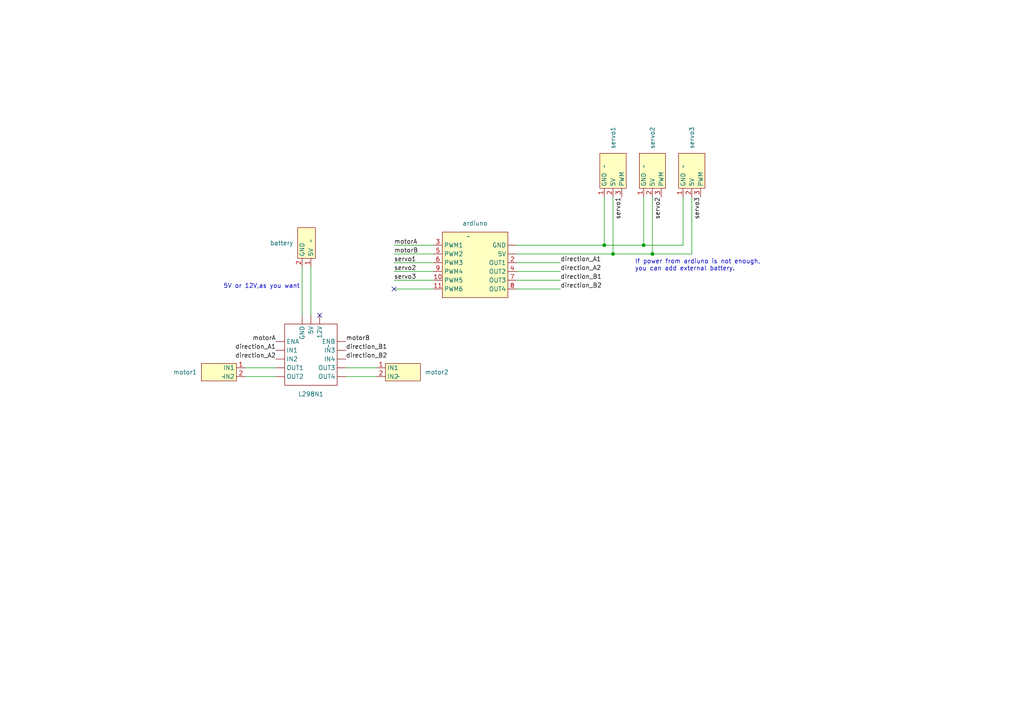
<source format=kicad_sch>
(kicad_sch (version 20230121) (generator eeschema)

  (uuid 81011b29-a2bb-4faf-9103-19587d4079d5)

  (paper "A4")

  (lib_symbols
    (symbol "My_Library:L298N" (in_bom yes) (on_board yes)
      (property "Reference" "L298N" (at 1.27 -34.29 0)
        (effects (font (size 1.27 1.27)))
      )
      (property "Value" "" (at 6.35 -21.59 90)
        (effects (font (size 1.27 1.27)))
      )
      (property "Footprint" "" (at 6.35 -21.59 90)
        (effects (font (size 1.27 1.27)) hide)
      )
      (property "Datasheet" "" (at 6.35 -21.59 90)
        (effects (font (size 1.27 1.27)) hide)
      )
      (symbol "L298N_0_1"
        (rectangle (start -6.35 -15.24) (end 8.89 -33.02)
          (stroke (width 0) (type default))
          (fill (type none))
        )
      )
      (symbol "L298N_1_1"
        (pin power_in line (at 3.81 -12.7 270) (length 2.54)
          (name "12V" (effects (font (size 1.27 1.27))))
          (number "" (effects (font (size 1.27 1.27))))
        )
        (pin power_in line (at 1.27 -12.7 270) (length 2.54)
          (name "5V" (effects (font (size 1.27 1.27))))
          (number "" (effects (font (size 1.27 1.27))))
        )
        (pin power_in line (at -8.89 -20.32 0) (length 2.54)
          (name "ENA" (effects (font (size 1.27 1.27))))
          (number "" (effects (font (size 1.27 1.27))))
        )
        (pin power_in line (at 11.43 -20.32 180) (length 2.54)
          (name "ENB" (effects (font (size 1.27 1.27))))
          (number "" (effects (font (size 1.27 1.27))))
        )
        (pin power_in line (at -1.27 -12.7 270) (length 2.54)
          (name "GND" (effects (font (size 1.27 1.27))))
          (number "" (effects (font (size 1.27 1.27))))
        )
        (pin power_in line (at -8.89 -22.86 0) (length 2.54)
          (name "IN1" (effects (font (size 1.27 1.27))))
          (number "" (effects (font (size 1.27 1.27))))
        )
        (pin power_in line (at -8.89 -25.4 0) (length 2.54)
          (name "IN2" (effects (font (size 1.27 1.27))))
          (number "" (effects (font (size 1.27 1.27))))
        )
        (pin power_in line (at 11.43 -22.86 180) (length 2.54)
          (name "IN3" (effects (font (size 1.27 1.27))))
          (number "" (effects (font (size 1.27 1.27))))
        )
        (pin power_in line (at 11.43 -25.4 180) (length 2.54)
          (name "IN4" (effects (font (size 1.27 1.27))))
          (number "" (effects (font (size 1.27 1.27))))
        )
        (pin power_in line (at -8.89 -27.94 0) (length 2.54)
          (name "OUT1" (effects (font (size 1.27 1.27))))
          (number "" (effects (font (size 1.27 1.27))))
        )
        (pin power_in line (at -8.89 -30.48 0) (length 2.54)
          (name "OUT2" (effects (font (size 1.27 1.27))))
          (number "" (effects (font (size 1.27 1.27))))
        )
        (pin power_in line (at 11.43 -27.94 180) (length 2.54)
          (name "OUT3" (effects (font (size 1.27 1.27))))
          (number "" (effects (font (size 1.27 1.27))))
        )
        (pin power_in line (at 11.43 -30.48 180) (length 2.54)
          (name "OUT4" (effects (font (size 1.27 1.27))))
          (number "" (effects (font (size 1.27 1.27))))
        )
      )
    )
    (symbol "My_Library:UNO" (in_bom yes) (on_board yes)
      (property "Reference" "U" (at 0 0 0)
        (effects (font (size 1.27 1.27)))
      )
      (property "Value" "" (at 0 0 0)
        (effects (font (size 1.27 1.27)))
      )
      (property "Footprint" "" (at 0 0 0)
        (effects (font (size 1.27 1.27)) hide)
      )
      (property "Datasheet" "" (at 0 0 0)
        (effects (font (size 1.27 1.27)) hide)
      )
      (symbol "UNO_1_1"
        (rectangle (start -7.62 1.27) (end 11.43 -17.78)
          (stroke (width 0) (type default))
          (fill (type background))
        )
        (pin power_in line (at 13.97 -5.08 180) (length 2.54)
          (name "5V" (effects (font (size 1.27 1.27))))
          (number "" (effects (font (size 1.27 1.27))))
        )
        (pin power_out line (at 13.97 -2.54 180) (length 2.54)
          (name "GND" (effects (font (size 1.27 1.27))))
          (number "" (effects (font (size 1.27 1.27))))
        )
        (pin output line (at -10.16 -12.7 0) (length 2.54)
          (name "PWM5" (effects (font (size 1.27 1.27))))
          (number "10" (effects (font (size 1.27 1.27))))
        )
        (pin output line (at -10.16 -15.24 0) (length 2.54)
          (name "PWM6" (effects (font (size 1.27 1.27))))
          (number "11" (effects (font (size 1.27 1.27))))
        )
        (pin power_in line (at 13.97 -7.62 180) (length 2.54)
          (name "OUT1" (effects (font (size 1.27 1.27))))
          (number "2" (effects (font (size 1.27 1.27))))
        )
        (pin output line (at -10.16 -2.54 0) (length 2.54)
          (name "PWM1" (effects (font (size 1.27 1.27))))
          (number "3" (effects (font (size 1.27 1.27))))
        )
        (pin power_in line (at 13.97 -10.16 180) (length 2.54)
          (name "OUT2" (effects (font (size 1.27 1.27))))
          (number "4" (effects (font (size 1.27 1.27))))
        )
        (pin output line (at -10.16 -5.08 0) (length 2.54)
          (name "PWM2" (effects (font (size 1.27 1.27))))
          (number "5" (effects (font (size 1.27 1.27))))
        )
        (pin output line (at -10.16 -7.62 0) (length 2.54)
          (name "PWM3" (effects (font (size 1.27 1.27))))
          (number "6" (effects (font (size 1.27 1.27))))
        )
        (pin power_in line (at 13.97 -12.7 180) (length 2.54)
          (name "OUT3" (effects (font (size 1.27 1.27))))
          (number "7" (effects (font (size 1.27 1.27))))
        )
        (pin power_in line (at 13.97 -15.24 180) (length 2.54)
          (name "OUT4" (effects (font (size 1.27 1.27))))
          (number "8" (effects (font (size 1.27 1.27))))
        )
        (pin output line (at -10.16 -10.16 0) (length 2.54)
          (name "PWM4" (effects (font (size 1.27 1.27))))
          (number "9" (effects (font (size 1.27 1.27))))
        )
      )
    )
    (symbol "My_Library:motor" (in_bom yes) (on_board yes)
      (property "Reference" "U" (at 0 -2.54 0)
        (effects (font (size 1.27 1.27)))
      )
      (property "Value" "" (at 0 0 0)
        (effects (font (size 1.27 1.27)))
      )
      (property "Footprint" "" (at 0 0 0)
        (effects (font (size 1.27 1.27)) hide)
      )
      (property "Datasheet" "" (at 0 0 0)
        (effects (font (size 1.27 1.27)) hide)
      )
      (symbol "motor_1_1"
        (rectangle (start -3.81 3.81) (end 6.35 -1.27)
          (stroke (width 0) (type default))
          (fill (type background))
        )
        (pin power_out line (at -6.35 2.54 0) (length 2.54)
          (name "IN1" (effects (font (size 1.27 1.27))))
          (number "1" (effects (font (size 1.27 1.27))))
        )
        (pin power_in line (at -6.35 0 0) (length 2.54)
          (name "IN2" (effects (font (size 1.27 1.27))))
          (number "2" (effects (font (size 1.27 1.27))))
        )
      )
    )
    (symbol "My_Library:power" (in_bom yes) (on_board yes)
      (property "Reference" "U" (at 0 3.81 0)
        (effects (font (size 1.27 1.27)))
      )
      (property "Value" "" (at 0 0 0)
        (effects (font (size 1.27 1.27)))
      )
      (property "Footprint" "" (at 0 0 0)
        (effects (font (size 1.27 1.27)) hide)
      )
      (property "Datasheet" "" (at 0 0 0)
        (effects (font (size 1.27 1.27)) hide)
      )
      (symbol "power_1_1"
        (rectangle (start -5.08 1.27) (end 3.81 -3.81)
          (stroke (width 0) (type default))
          (fill (type background))
        )
        (pin power_in line (at -7.62 0 0) (length 2.54)
          (name "5V" (effects (font (size 1.27 1.27))))
          (number "1" (effects (font (size 1.27 1.27))))
        )
        (pin power_out line (at -7.62 -2.54 0) (length 2.54)
          (name "GND" (effects (font (size 1.27 1.27))))
          (number "2" (effects (font (size 1.27 1.27))))
        )
      )
    )
    (symbol "My_Library:servo" (in_bom yes) (on_board yes)
      (property "Reference" "U" (at 0 0 0)
        (effects (font (size 1.27 1.27)))
      )
      (property "Value" "" (at 0 0 0)
        (effects (font (size 1.27 1.27)))
      )
      (property "Footprint" "" (at 0 0 0)
        (effects (font (size 1.27 1.27)) hide)
      )
      (property "Datasheet" "" (at 0 0 0)
        (effects (font (size 1.27 1.27)) hide)
      )
      (symbol "servo_1_1"
        (rectangle (start -6.35 1.27) (end 3.81 -6.35)
          (stroke (width 0) (type default))
          (fill (type background))
        )
        (pin power_out line (at -8.89 0 0) (length 2.54)
          (name "GND" (effects (font (size 1.27 1.27))))
          (number "1" (effects (font (size 1.27 1.27))))
        )
        (pin power_in line (at -8.89 -2.54 0) (length 2.54)
          (name "5V" (effects (font (size 1.27 1.27))))
          (number "2" (effects (font (size 1.27 1.27))))
        )
        (pin input line (at -8.89 -5.08 0) (length 2.54)
          (name "PWM" (effects (font (size 1.27 1.27))))
          (number "3" (effects (font (size 1.27 1.27))))
        )
      )
    )
  )

  (junction (at 189.23 73.66) (diameter 0) (color 0 0 0 0)
    (uuid 117d1171-49d1-405b-8ef8-d04123ed855c)
  )
  (junction (at 186.69 71.12) (diameter 0) (color 0 0 0 0)
    (uuid 7ba0f1fa-70a1-407b-a85b-a185a919e485)
  )
  (junction (at 177.8 73.66) (diameter 0) (color 0 0 0 0)
    (uuid 7c7638a4-5f5a-4648-9f52-214737d6d9ca)
  )
  (junction (at 175.26 71.12) (diameter 0) (color 0 0 0 0)
    (uuid b6785f17-14e6-441f-b649-c82b65aeeded)
  )

  (no_connect (at 92.71 91.44) (uuid 5a16f7b5-248c-4c9b-a6e4-03ee5cf61d48))
  (no_connect (at 114.3 83.82) (uuid 92abe958-0cc3-4ed8-ae6d-d7132e20fefb))

  (wire (pts (xy 114.3 71.12) (xy 125.73 71.12))
    (stroke (width 0) (type default))
    (uuid 0148c863-4542-4c50-a218-d07a66854090)
  )
  (wire (pts (xy 189.23 57.15) (xy 189.23 73.66))
    (stroke (width 0) (type default))
    (uuid 07db1c00-d055-4ae1-9b24-147be18c6629)
  )
  (wire (pts (xy 149.86 83.82) (xy 162.56 83.82))
    (stroke (width 0) (type default))
    (uuid 1986d4ea-68c5-4312-bd3d-bc8b6daede69)
  )
  (wire (pts (xy 186.69 57.15) (xy 186.69 71.12))
    (stroke (width 0) (type default))
    (uuid 1db274ac-bf6c-4271-b705-f3431d5e501c)
  )
  (wire (pts (xy 71.12 109.22) (xy 80.01 109.22))
    (stroke (width 0) (type default))
    (uuid 28aea7a1-ec0a-4bab-a6ee-ef145f1271f1)
  )
  (wire (pts (xy 149.86 81.28) (xy 162.56 81.28))
    (stroke (width 0) (type default))
    (uuid 2aaace56-b494-4fc8-9061-d0cb8bdfe898)
  )
  (wire (pts (xy 87.63 77.47) (xy 87.63 91.44))
    (stroke (width 0) (type default))
    (uuid 386c5691-542c-499e-851b-c732978d909c)
  )
  (wire (pts (xy 114.3 73.66) (xy 125.73 73.66))
    (stroke (width 0) (type default))
    (uuid 3ddd00b9-e8d3-49e0-b97e-04e48d68eb0e)
  )
  (wire (pts (xy 90.17 77.47) (xy 90.17 91.44))
    (stroke (width 0) (type default))
    (uuid 4c4b004f-da43-4e10-9caf-48cd74c22101)
  )
  (wire (pts (xy 114.3 83.82) (xy 125.73 83.82))
    (stroke (width 0) (type default))
    (uuid 55de2a3d-63dd-4f99-aa6a-0f41eac7c0c7)
  )
  (wire (pts (xy 189.23 73.66) (xy 200.66 73.66))
    (stroke (width 0) (type default))
    (uuid 5fd65652-9a02-4970-9471-35dcea79715b)
  )
  (wire (pts (xy 71.12 106.68) (xy 80.01 106.68))
    (stroke (width 0) (type default))
    (uuid 61cadf9a-e152-4b1a-aa70-f7863d8a0d48)
  )
  (wire (pts (xy 149.86 78.74) (xy 162.56 78.74))
    (stroke (width 0) (type default))
    (uuid 63220ad9-667c-4a6a-a77c-8447a52b14e4)
  )
  (wire (pts (xy 177.8 73.66) (xy 189.23 73.66))
    (stroke (width 0) (type default))
    (uuid 6ab20f1d-ef69-40a2-8e4f-5f8c0fdd51ef)
  )
  (wire (pts (xy 149.86 71.12) (xy 175.26 71.12))
    (stroke (width 0) (type default))
    (uuid 7416e607-c088-456e-a8b8-27cd35bf53d5)
  )
  (wire (pts (xy 175.26 57.15) (xy 175.26 71.12))
    (stroke (width 0) (type default))
    (uuid 834cdcc5-aa34-4f21-bbeb-623d0565d59b)
  )
  (wire (pts (xy 198.12 57.15) (xy 198.12 71.12))
    (stroke (width 0) (type default))
    (uuid 86f49193-921f-4b63-9e08-91fe463f43a9)
  )
  (wire (pts (xy 114.3 81.28) (xy 125.73 81.28))
    (stroke (width 0) (type default))
    (uuid 88e12b7f-926a-4b11-ba5e-41c5953fa1fe)
  )
  (wire (pts (xy 200.66 57.15) (xy 200.66 73.66))
    (stroke (width 0) (type default))
    (uuid 88e29ab1-608c-4627-85d1-086b8c57fa1d)
  )
  (wire (pts (xy 186.69 71.12) (xy 198.12 71.12))
    (stroke (width 0) (type default))
    (uuid 8e058b14-3cff-4d58-aa0e-71467a45ae36)
  )
  (wire (pts (xy 149.86 73.66) (xy 177.8 73.66))
    (stroke (width 0) (type default))
    (uuid 92b0b249-b3ac-4c8d-bb44-21b09a2f9b47)
  )
  (wire (pts (xy 177.8 57.15) (xy 177.8 73.66))
    (stroke (width 0) (type default))
    (uuid 988eff88-de1e-4b21-876a-5f5fddc9ec78)
  )
  (wire (pts (xy 100.33 109.22) (xy 109.22 109.22))
    (stroke (width 0) (type default))
    (uuid a60bb61f-2a43-47b2-8f49-849510738ca4)
  )
  (wire (pts (xy 175.26 71.12) (xy 186.69 71.12))
    (stroke (width 0) (type default))
    (uuid baba2325-7947-4df4-8d5b-45644c0335fe)
  )
  (wire (pts (xy 149.86 76.2) (xy 162.56 76.2))
    (stroke (width 0) (type default))
    (uuid bbc123d4-5a3c-4110-9301-837435a6124b)
  )
  (wire (pts (xy 114.3 78.74) (xy 125.73 78.74))
    (stroke (width 0) (type default))
    (uuid bdf16387-8f3c-4ed1-a15b-d45767e8c85b)
  )
  (wire (pts (xy 100.33 106.68) (xy 109.22 106.68))
    (stroke (width 0) (type default))
    (uuid d4eb2800-81e8-4fb6-bd7a-9fd9a8d4904c)
  )
  (wire (pts (xy 114.3 76.2) (xy 125.73 76.2))
    (stroke (width 0) (type default))
    (uuid dd167478-6990-43b1-a302-7104ae76c974)
  )

  (text "5V or 12V,as you want" (at 64.77 83.82 0)
    (effects (font (size 1.27 1.27)) (justify left bottom))
    (uuid 25434685-6da1-48ba-997c-6533ccaffa22)
  )
  (text "If power from ardiuno is not enough,\nyou can add external battery.\n"
    (at 184.15 78.74 0)
    (effects (font (size 1.27 1.27)) (justify left bottom))
    (uuid cb01180f-8de9-4588-a205-725901201775)
  )

  (label "direction_A2" (at 162.56 78.74 0) (fields_autoplaced)
    (effects (font (size 1.27 1.27)) (justify left bottom))
    (uuid 00c113cf-39f5-4394-a393-1c2210058516)
  )
  (label "direction_A1" (at 162.56 76.2 0) (fields_autoplaced)
    (effects (font (size 1.27 1.27)) (justify left bottom))
    (uuid 1783c396-d323-4e83-bf02-baa7f483f250)
  )
  (label "servo2" (at 191.77 57.15 270) (fields_autoplaced)
    (effects (font (size 1.27 1.27)) (justify right bottom))
    (uuid 18007417-08e7-4570-9dce-e2ee3bd46dba)
  )
  (label "motorA" (at 114.3 71.12 0) (fields_autoplaced)
    (effects (font (size 1.27 1.27)) (justify left bottom))
    (uuid 3b7336e6-4ef6-4161-b091-3eb1eb8c3ab8)
  )
  (label "servo1" (at 114.3 76.2 0) (fields_autoplaced)
    (effects (font (size 1.27 1.27)) (justify left bottom))
    (uuid 69ac3925-9c0c-4b21-9f34-3a0149fdf531)
  )
  (label "motorB" (at 114.3 73.66 0) (fields_autoplaced)
    (effects (font (size 1.27 1.27)) (justify left bottom))
    (uuid 6f1bbe38-a265-42b6-9948-fa7fa4a6e298)
  )
  (label "direction_B2" (at 100.33 104.14 0) (fields_autoplaced)
    (effects (font (size 1.27 1.27)) (justify left bottom))
    (uuid 77df2477-f129-40c6-95c3-6424293537d5)
  )
  (label "motorA" (at 80.01 99.06 180) (fields_autoplaced)
    (effects (font (size 1.27 1.27)) (justify right bottom))
    (uuid 7bf6da18-97e3-4ae6-89dc-daf306fe89bd)
  )
  (label "servo1" (at 180.34 57.15 270) (fields_autoplaced)
    (effects (font (size 1.27 1.27)) (justify right bottom))
    (uuid 8c9fbe68-2930-4249-89cd-d4f79d277c15)
  )
  (label "direction_A1" (at 80.01 101.6 180) (fields_autoplaced)
    (effects (font (size 1.27 1.27)) (justify right bottom))
    (uuid afca5e11-f147-47ab-8c24-b43c2e90fc45)
  )
  (label "direction_B1" (at 162.56 81.28 0) (fields_autoplaced)
    (effects (font (size 1.27 1.27)) (justify left bottom))
    (uuid c7fcc56f-c9ed-4abf-85fa-44ccb1950e18)
  )
  (label "servo3" (at 203.2 57.15 270) (fields_autoplaced)
    (effects (font (size 1.27 1.27)) (justify right bottom))
    (uuid ca0d1ed6-f0ba-4a4f-bfb9-aeef7cb0d06e)
  )
  (label "motorB" (at 100.33 99.06 0) (fields_autoplaced)
    (effects (font (size 1.27 1.27)) (justify left bottom))
    (uuid ca6ad01c-049e-4e29-ae5d-74df25a751aa)
  )
  (label "servo2" (at 114.3 78.74 0) (fields_autoplaced)
    (effects (font (size 1.27 1.27)) (justify left bottom))
    (uuid ce888257-f547-4e24-97c8-480dc3a93191)
  )
  (label "direction_B2" (at 162.56 83.82 0) (fields_autoplaced)
    (effects (font (size 1.27 1.27)) (justify left bottom))
    (uuid e90eecc9-9de0-477f-b169-708df96404d0)
  )
  (label "direction_B1" (at 100.33 101.6 0) (fields_autoplaced)
    (effects (font (size 1.27 1.27)) (justify left bottom))
    (uuid ed4fb9c6-5f66-47da-bf96-f1d8b610b86b)
  )
  (label "servo3" (at 114.3 81.28 0) (fields_autoplaced)
    (effects (font (size 1.27 1.27)) (justify left bottom))
    (uuid f127091a-5448-4362-8a81-b895b5ebba9d)
  )
  (label "direction_A2" (at 80.01 104.14 180) (fields_autoplaced)
    (effects (font (size 1.27 1.27)) (justify right bottom))
    (uuid f4c068a5-91a8-4316-950a-7f837600da3d)
  )

  (symbol (lib_id "My_Library:motor") (at 115.57 109.22 0) (unit 1)
    (in_bom yes) (on_board yes) (dnp no) (fields_autoplaced)
    (uuid 048816d4-88d2-4df6-aee4-2682b299c9cf)
    (property "Reference" "motor2" (at 123.19 107.95 0)
      (effects (font (size 1.27 1.27)) (justify left))
    )
    (property "Value" "~" (at 115.57 109.22 0)
      (effects (font (size 1.27 1.27)))
    )
    (property "Footprint" "" (at 115.57 109.22 0)
      (effects (font (size 1.27 1.27)) hide)
    )
    (property "Datasheet" "" (at 115.57 109.22 0)
      (effects (font (size 1.27 1.27)) hide)
    )
    (pin "1" (uuid c589c6db-4f33-4e85-85b7-d69adbb931b2))
    (pin "2" (uuid 9bd4821c-c3d8-4f18-960a-f28b40d5f485))
    (instances
      (project "UNO1"
        (path "/81011b29-a2bb-4faf-9103-19587d4079d5"
          (reference "motor2") (unit 1)
        )
      )
    )
  )

  (symbol (lib_id "My_Library:power") (at 90.17 69.85 270) (mirror x) (unit 1)
    (in_bom yes) (on_board yes) (dnp no)
    (uuid 06402ee1-173a-4c6d-827c-6bae3779b22e)
    (property "Reference" "battery" (at 85.09 70.485 90)
      (effects (font (size 1.27 1.27)) (justify right))
    )
    (property "Value" "~" (at 90.17 69.85 0)
      (effects (font (size 1.27 1.27)))
    )
    (property "Footprint" "" (at 90.17 69.85 0)
      (effects (font (size 1.27 1.27)) hide)
    )
    (property "Datasheet" "" (at 90.17 69.85 0)
      (effects (font (size 1.27 1.27)) hide)
    )
    (pin "1" (uuid 9a821501-bc82-46c9-af27-4110beedc7fb))
    (pin "2" (uuid b10b9978-8213-4b62-a32e-9c6cf966d5c9))
    (instances
      (project "UNO1"
        (path "/81011b29-a2bb-4faf-9103-19587d4079d5"
          (reference "battery") (unit 1)
        )
      )
    )
  )

  (symbol (lib_id "My_Library:motor") (at 64.77 109.22 0) (mirror y) (unit 1)
    (in_bom yes) (on_board yes) (dnp no)
    (uuid 06f59ba0-a960-4b10-9158-e3d185dcb1e8)
    (property "Reference" "motor1" (at 57.15 107.95 0)
      (effects (font (size 1.27 1.27)) (justify left))
    )
    (property "Value" "~" (at 64.77 109.22 0)
      (effects (font (size 1.27 1.27)))
    )
    (property "Footprint" "" (at 64.77 109.22 0)
      (effects (font (size 1.27 1.27)) hide)
    )
    (property "Datasheet" "" (at 64.77 109.22 0)
      (effects (font (size 1.27 1.27)) hide)
    )
    (pin "1" (uuid 8d9d2a0a-9781-4844-8ea5-f30cfad15f77))
    (pin "2" (uuid 31a2a0e2-279e-4256-bf77-76181124e7d9))
    (instances
      (project "UNO1"
        (path "/81011b29-a2bb-4faf-9103-19587d4079d5"
          (reference "motor1") (unit 1)
        )
      )
    )
  )

  (symbol (lib_id "My_Library:UNO") (at 135.89 68.58 0) (unit 1)
    (in_bom yes) (on_board yes) (dnp no) (fields_autoplaced)
    (uuid 427fd85a-ceeb-48f4-a050-2a198d5db600)
    (property "Reference" "ardiuno" (at 137.795 64.77 0)
      (effects (font (size 1.27 1.27)))
    )
    (property "Value" "~" (at 135.89 68.58 0)
      (effects (font (size 1.27 1.27)))
    )
    (property "Footprint" "" (at 135.89 68.58 0)
      (effects (font (size 1.27 1.27)) hide)
    )
    (property "Datasheet" "" (at 135.89 68.58 0)
      (effects (font (size 1.27 1.27)) hide)
    )
    (pin "" (uuid f4a18a77-0a82-4b21-b7c6-ee200db8ef51))
    (pin "" (uuid 53bdf7a7-bd50-4bb6-bcdb-fbd9f1660c18))
    (pin "10" (uuid 35221dde-2d48-48f8-abba-745d2a634c2f))
    (pin "11" (uuid cdbd2fad-6337-4c6b-9f41-505f79491abb))
    (pin "2" (uuid 00e0f618-9fd3-47b2-89ca-8a27fcf2727b))
    (pin "3" (uuid 2bfecc39-8cbc-490a-979a-e7c26dd8ad70))
    (pin "4" (uuid 7da8b6c9-815f-4272-a482-f55a2e1419be))
    (pin "5" (uuid f3b5c86b-086a-442c-87d0-2cbf0a5cfbde))
    (pin "6" (uuid da283fbc-a82f-4f1e-8c83-45430124c987))
    (pin "7" (uuid 95ba4268-bc33-4f11-ab33-6644dbb416b4))
    (pin "8" (uuid 35b97c1a-9759-49f9-9d8a-9d1d49b0330c))
    (pin "9" (uuid 82f668aa-dd73-4490-bfa4-e0a66e09b3c5))
    (instances
      (project "UNO1"
        (path "/81011b29-a2bb-4faf-9103-19587d4079d5"
          (reference "ardiuno") (unit 1)
        )
      )
    )
  )

  (symbol (lib_id "My_Library:L298N") (at 88.9 78.74 0) (unit 1)
    (in_bom yes) (on_board yes) (dnp no) (fields_autoplaced)
    (uuid 63aa9d67-f733-438d-b8e9-78720fa1387b)
    (property "Reference" "L298N1" (at 90.17 114.3 0)
      (effects (font (size 1.27 1.27)))
    )
    (property "Value" "~" (at 95.25 100.33 90)
      (effects (font (size 1.27 1.27)))
    )
    (property "Footprint" "" (at 95.25 100.33 90)
      (effects (font (size 1.27 1.27)) hide)
    )
    (property "Datasheet" "" (at 95.25 100.33 90)
      (effects (font (size 1.27 1.27)) hide)
    )
    (pin "" (uuid e75ef45b-3175-4ff5-8e7d-c717f3511702))
    (pin "" (uuid 69996801-20d1-4bed-9395-e07d7fe9f779))
    (pin "" (uuid 8fdbe488-4c63-49f6-910b-ea87e7e2c5f3))
    (pin "" (uuid edcf305f-9ce4-4b24-aa12-04077708e08b))
    (pin "" (uuid dd5aa65a-8cb5-418d-ae2f-5a6519039cf9))
    (pin "" (uuid 7ece3c92-587a-499e-87f5-9913309d7277))
    (pin "" (uuid af9fab5b-b560-44cb-addd-8dc5a9a06af8))
    (pin "" (uuid 97d72896-0f06-49bf-83ca-e805662c9063))
    (pin "" (uuid 43d76d16-65dc-4c00-898f-0f3dd1c7c6c5))
    (pin "" (uuid af5dfbf8-d6f3-4b89-9db9-cae0fc8cec42))
    (pin "" (uuid 16d19dc9-cc45-46fe-b7d2-8db7a111cafb))
    (pin "" (uuid 268e0ff0-4152-4881-b1da-cbe14d919ffe))
    (pin "" (uuid 2869c7aa-f1e0-4632-9a82-8de3b0c2b1a8))
    (instances
      (project "UNO1"
        (path "/81011b29-a2bb-4faf-9103-19587d4079d5"
          (reference "L298N1") (unit 1)
        )
      )
    )
  )

  (symbol (lib_id "My_Library:servo") (at 186.69 48.26 90) (unit 1)
    (in_bom yes) (on_board yes) (dnp no) (fields_autoplaced)
    (uuid 80623110-b38d-4d7c-b15e-a84d6570b080)
    (property "Reference" "servo2" (at 189.23 43.18 0)
      (effects (font (size 1.27 1.27)) (justify left))
    )
    (property "Value" "~" (at 186.69 48.26 0)
      (effects (font (size 1.27 1.27)))
    )
    (property "Footprint" "" (at 186.69 48.26 0)
      (effects (font (size 1.27 1.27)) hide)
    )
    (property "Datasheet" "" (at 186.69 48.26 0)
      (effects (font (size 1.27 1.27)) hide)
    )
    (pin "1" (uuid 1b019921-91e6-43d0-a718-a82c8220985e))
    (pin "2" (uuid 6feb0621-d17b-42dd-b01f-0733cea518d2))
    (pin "3" (uuid 6b4262a6-c914-4272-aa16-d5336b38a9fb))
    (instances
      (project "UNO1"
        (path "/81011b29-a2bb-4faf-9103-19587d4079d5"
          (reference "servo2") (unit 1)
        )
      )
    )
  )

  (symbol (lib_id "My_Library:servo") (at 198.12 48.26 90) (unit 1)
    (in_bom yes) (on_board yes) (dnp no) (fields_autoplaced)
    (uuid 981b164a-978d-4152-bf50-fd315a70c5cb)
    (property "Reference" "servo3" (at 200.66 43.18 0)
      (effects (font (size 1.27 1.27)) (justify left))
    )
    (property "Value" "~" (at 198.12 48.26 0)
      (effects (font (size 1.27 1.27)))
    )
    (property "Footprint" "" (at 198.12 48.26 0)
      (effects (font (size 1.27 1.27)) hide)
    )
    (property "Datasheet" "" (at 198.12 48.26 0)
      (effects (font (size 1.27 1.27)) hide)
    )
    (pin "1" (uuid 6c70bdd3-1616-4751-a92e-36032c84e835))
    (pin "2" (uuid 203ebdee-ea01-4010-8843-6b09fb1a7eb0))
    (pin "3" (uuid 373eccfc-1923-42e7-8053-1271a395a345))
    (instances
      (project "UNO1"
        (path "/81011b29-a2bb-4faf-9103-19587d4079d5"
          (reference "servo3") (unit 1)
        )
      )
    )
  )

  (symbol (lib_id "My_Library:servo") (at 175.26 48.26 90) (unit 1)
    (in_bom yes) (on_board yes) (dnp no) (fields_autoplaced)
    (uuid b2702d15-01f5-44ab-9bf5-3212563ec312)
    (property "Reference" "servo1" (at 177.8 43.18 0)
      (effects (font (size 1.27 1.27)) (justify left))
    )
    (property "Value" "~" (at 175.26 48.26 0)
      (effects (font (size 1.27 1.27)))
    )
    (property "Footprint" "" (at 175.26 48.26 0)
      (effects (font (size 1.27 1.27)) hide)
    )
    (property "Datasheet" "" (at 175.26 48.26 0)
      (effects (font (size 1.27 1.27)) hide)
    )
    (pin "1" (uuid 792a0de5-5016-480a-b611-0436d92b5ce5))
    (pin "2" (uuid d95ce254-5ed2-4cc0-8cc2-e61a1f3f58b4))
    (pin "3" (uuid 5422c015-d6c0-4dc4-990a-6793499113ed))
    (instances
      (project "UNO1"
        (path "/81011b29-a2bb-4faf-9103-19587d4079d5"
          (reference "servo1") (unit 1)
        )
      )
    )
  )

  (sheet_instances
    (path "/" (page "1"))
  )
)

</source>
